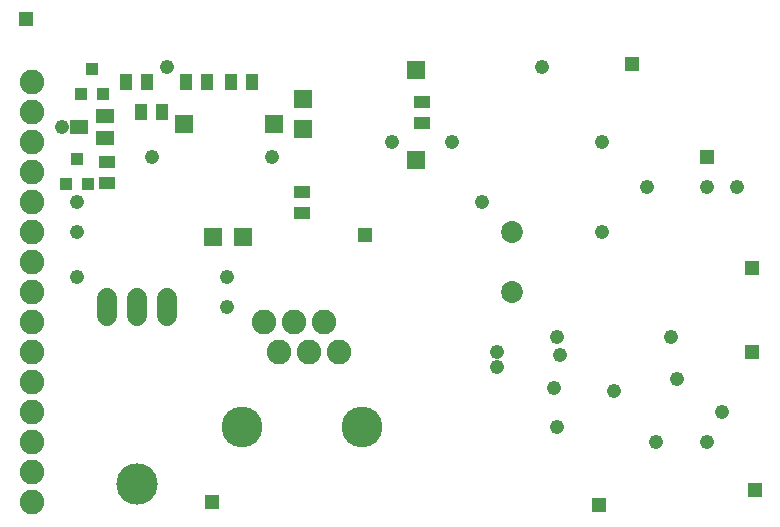
<source format=gbs>
G75*
G70*
%OFA0B0*%
%FSLAX24Y24*%
%IPPOS*%
%LPD*%
%AMOC8*
5,1,8,0,0,1.08239X$1,22.5*
%
%ADD10C,0.0680*%
%ADD11C,0.1380*%
%ADD12C,0.0730*%
%ADD13C,0.0820*%
%ADD14C,0.1360*%
%ADD15R,0.0395X0.0434*%
%ADD16R,0.0631X0.0474*%
%ADD17R,0.0395X0.0552*%
%ADD18R,0.0631X0.0592*%
%ADD19R,0.0592X0.0631*%
%ADD20R,0.0552X0.0395*%
%ADD21C,0.0476*%
%ADD22R,0.0476X0.0476*%
D10*
X004180Y008180D02*
X004180Y008780D01*
X005180Y008780D02*
X005180Y008180D01*
X006180Y008180D02*
X006180Y008780D01*
D11*
X005180Y002580D03*
D12*
X017680Y008980D03*
X017680Y010980D03*
D13*
X001680Y001980D03*
X001680Y002980D03*
X001680Y003980D03*
X001680Y004980D03*
X001680Y005980D03*
X001680Y006980D03*
X001680Y007980D03*
X001680Y008980D03*
X001680Y009980D03*
X001680Y010980D03*
X001680Y011980D03*
X001680Y012980D03*
X001680Y013980D03*
X001680Y014980D03*
X001680Y015980D03*
X009430Y007980D03*
X010430Y007980D03*
X011430Y007980D03*
X010930Y006980D03*
X009930Y006980D03*
X011930Y006980D03*
D14*
X012680Y004480D03*
X008680Y004480D03*
D15*
X003554Y012586D03*
X002806Y012586D03*
X003180Y013413D03*
X003306Y015586D03*
X004054Y015586D03*
X003680Y016413D03*
D16*
X004113Y014854D03*
X004113Y014106D03*
X003247Y014480D03*
D17*
X005326Y014980D03*
X006034Y014980D03*
X005534Y015980D03*
X004826Y015980D03*
X006826Y015980D03*
X007534Y015980D03*
X008326Y015980D03*
X009034Y015980D03*
D18*
X010727Y015421D03*
X010727Y014421D03*
X014483Y013393D03*
X014483Y016393D03*
D19*
X009767Y014583D03*
X006767Y014583D03*
X007739Y010827D03*
X008739Y010827D03*
D20*
X010680Y011626D03*
X010680Y012334D03*
X014680Y014626D03*
X014680Y015334D03*
X004180Y013334D03*
X004180Y012626D03*
D21*
X003180Y011980D03*
X003180Y010980D03*
X003180Y009480D03*
X008180Y009480D03*
X008180Y008480D03*
X009680Y013480D03*
X005680Y013480D03*
X002680Y014480D03*
X006180Y016480D03*
X013680Y013980D03*
X015680Y013980D03*
X016680Y011980D03*
X020680Y010980D03*
X022180Y012480D03*
X020680Y013980D03*
X024180Y012480D03*
X025180Y012480D03*
X018680Y016480D03*
X019180Y007480D03*
X019280Y006880D03*
X019080Y005780D03*
X019180Y004480D03*
X021080Y005680D03*
X023180Y006080D03*
X024680Y004980D03*
X024180Y003980D03*
X022480Y003980D03*
X022980Y007480D03*
X017180Y006980D03*
X017180Y006480D03*
D22*
X012780Y010880D03*
X021680Y016580D03*
X024180Y013480D03*
X025680Y009780D03*
X025680Y006980D03*
X025780Y002380D03*
X020580Y001880D03*
X007680Y001980D03*
X001480Y018080D03*
M02*

</source>
